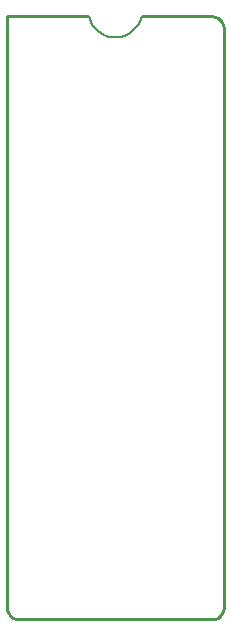
<source format=gko>
%FSLAX44Y44*%
%MOMM*%
G71*
G01*
G75*
%ADD10C,0.2000*%
%ADD11R,0.6000X0.5000*%
%ADD12C,1.0000*%
%ADD13C,0.6000*%
%ADD14C,0.3300*%
%ADD15C,0.4000*%
%ADD16C,0.3000*%
%ADD17C,0.7000*%
%ADD18C,0.5000*%
%ADD19C,0.2540*%
%ADD20C,0.2286*%
%ADD21C,1.5000*%
%ADD22R,1.5000X1.5000*%
%ADD23C,1.4500*%
%ADD24R,1.4500X1.4500*%
%ADD25C,0.1500*%
%ADD26C,0.1270*%
%ADD27C,0.3500*%
%ADD28R,0.8032X0.7032*%
%ADD29C,2.0000*%
%ADD30C,1.7032*%
%ADD31R,1.7032X1.7032*%
%ADD32C,1.6532*%
%ADD33R,1.6532X1.6532*%
%ADD34C,0.1778*%
D19*
X2438780Y2391777D02*
X2438439Y2394365D01*
X2437440Y2396777D01*
X2435851Y2398848D01*
X2433780Y2400437D01*
X2431368Y2401436D01*
X2428780Y2401777D01*
X2255392Y1901077D02*
X2255733Y1898489D01*
X2256732Y1896077D01*
X2258321Y1894006D01*
X2260392Y1892417D01*
X2262804Y1891418D01*
X2265392Y1891077D01*
X2428780D02*
X2431368Y1891418D01*
X2433780Y1892417D01*
X2435851Y1894006D01*
X2437440Y1896077D01*
X2438439Y1898489D01*
X2438780Y1901077D01*
X2369946Y2401697D02*
X2428780D01*
X2255392Y1901157D02*
Y2401697D01*
X2438780Y1901157D02*
Y2391697D01*
X2265392Y1891157D02*
X2428780D01*
X2255392Y2401697D02*
X2324226D01*
D34*
X2324812Y2401635D02*
X2325526Y2399178D01*
X2326510Y2396816D01*
X2327752Y2394579D01*
X2329237Y2392494D01*
X2330945Y2390589D01*
X2332855Y2388887D01*
X2334944Y2387408D01*
X2337184Y2386173D01*
X2339549Y2385195D01*
X2342008Y2384488D01*
X2344531Y2384060D01*
X2347086Y2383917D01*
X2349641Y2384060D01*
X2352163Y2384488D01*
X2354622Y2385195D01*
X2356987Y2386173D01*
X2359228Y2387408D01*
X2361316Y2388887D01*
X2363227Y2390589D01*
X2364935Y2392494D01*
X2366419Y2394579D01*
X2367661Y2396816D01*
X2368646Y2399178D01*
X2369360Y2401635D01*
M02*

</source>
